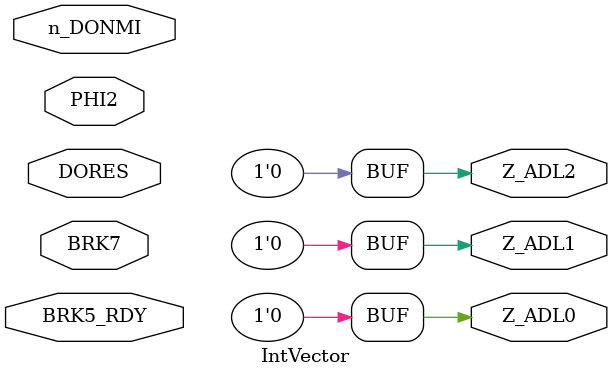
<source format=v>
module BRKProcessing(	// file.cleaned.mlir:2:3
  input  PHI1,	// file.cleaned.mlir:2:31
         PHI2,	// file.cleaned.mlir:2:46
         BRK5,	// file.cleaned.mlir:2:61
         n_ready,	// file.cleaned.mlir:2:76
         RESP,	// file.cleaned.mlir:2:94
         n_NMIP,	// file.cleaned.mlir:2:109
         BR2,	// file.cleaned.mlir:2:126
         T0,	// file.cleaned.mlir:2:140
         n_IRQP,	// file.cleaned.mlir:2:153
         n_IOUT,	// file.cleaned.mlir:2:170
  output BRK6E,	// file.cleaned.mlir:2:188
         BRK7,	// file.cleaned.mlir:2:204
         BRK5_RDY,	// file.cleaned.mlir:2:219
         DORES,	// file.cleaned.mlir:2:238
         n_DONMI,	// file.cleaned.mlir:2:254
         B_OUT	// file.cleaned.mlir:2:272
);

  assign BRK6E = 1'h0;	// file.cleaned.mlir:3:14, :4:5
  assign BRK7 = 1'h0;	// file.cleaned.mlir:3:14, :4:5
  assign BRK5_RDY = 1'h0;	// file.cleaned.mlir:3:14, :4:5
  assign DORES = 1'h0;	// file.cleaned.mlir:3:14, :4:5
  assign n_DONMI = 1'h0;	// file.cleaned.mlir:3:14, :4:5
  assign B_OUT = 1'h0;	// file.cleaned.mlir:3:14, :4:5
endmodule

module IntVector(	// file.cleaned.mlir:6:3
  input  PHI2,	// file.cleaned.mlir:6:27
         BRK5_RDY,	// file.cleaned.mlir:6:42
         BRK7,	// file.cleaned.mlir:6:61
         DORES,	// file.cleaned.mlir:6:76
         n_DONMI,	// file.cleaned.mlir:6:92
  output Z_ADL0,	// file.cleaned.mlir:6:111
         Z_ADL1,	// file.cleaned.mlir:6:128
         Z_ADL2	// file.cleaned.mlir:6:145
);

  assign Z_ADL0 = 1'h0;	// file.cleaned.mlir:7:14, :8:5
  assign Z_ADL1 = 1'h0;	// file.cleaned.mlir:7:14, :8:5
  assign Z_ADL2 = 1'h0;	// file.cleaned.mlir:7:14, :8:5
endmodule


</source>
